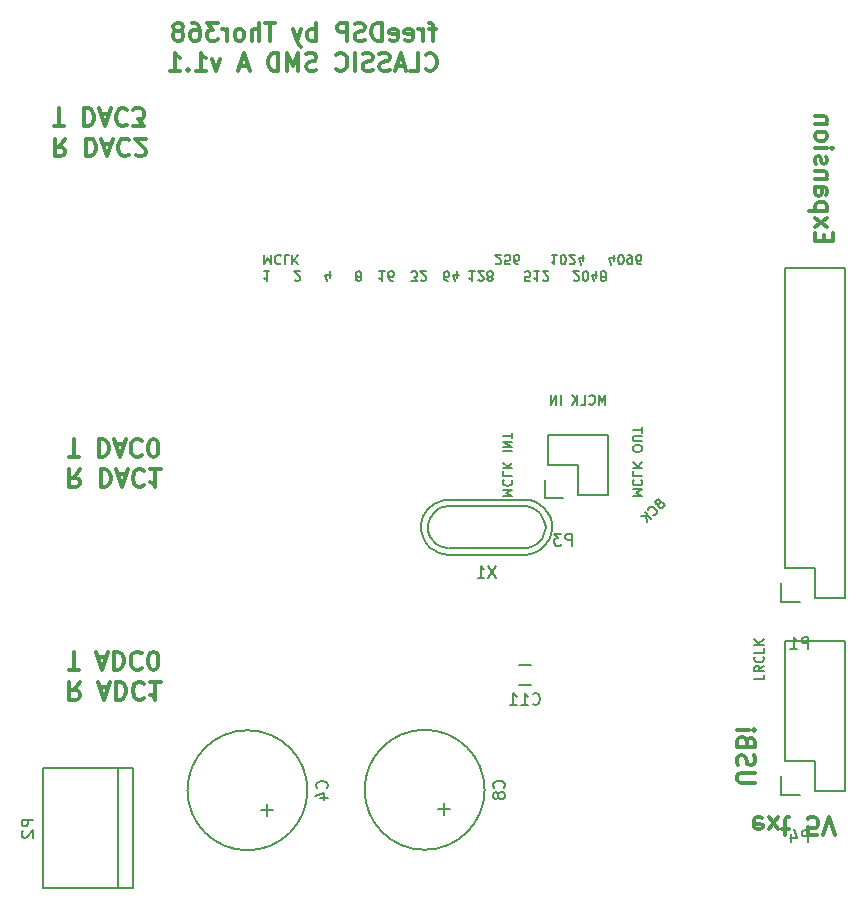
<source format=gbr>
G04 #@! TF.FileFunction,Legend,Bot*
%FSLAX46Y46*%
G04 Gerber Fmt 4.6, Leading zero omitted, Abs format (unit mm)*
G04 Created by KiCad (PCBNEW 4.0.7) date 02/05/18 14:07:44*
%MOMM*%
%LPD*%
G01*
G04 APERTURE LIST*
%ADD10C,0.100000*%
%ADD11C,0.200000*%
%ADD12C,0.300000*%
%ADD13C,0.150000*%
G04 APERTURE END LIST*
D10*
D11*
X62161905Y-56676190D02*
X62161905Y-57057143D01*
X61361905Y-57057143D01*
X62161905Y-55952381D02*
X61780952Y-56219048D01*
X62161905Y-56409524D02*
X61361905Y-56409524D01*
X61361905Y-56104762D01*
X61400000Y-56028571D01*
X61438095Y-55990476D01*
X61514286Y-55952381D01*
X61628571Y-55952381D01*
X61704762Y-55990476D01*
X61742857Y-56028571D01*
X61780952Y-56104762D01*
X61780952Y-56409524D01*
X62085714Y-55152381D02*
X62123810Y-55190476D01*
X62161905Y-55304762D01*
X62161905Y-55380952D01*
X62123810Y-55495238D01*
X62047619Y-55571429D01*
X61971429Y-55609524D01*
X61819048Y-55647619D01*
X61704762Y-55647619D01*
X61552381Y-55609524D01*
X61476190Y-55571429D01*
X61400000Y-55495238D01*
X61361905Y-55380952D01*
X61361905Y-55304762D01*
X61400000Y-55190476D01*
X61438095Y-55152381D01*
X62161905Y-54428571D02*
X62161905Y-54809524D01*
X61361905Y-54809524D01*
X62161905Y-54161905D02*
X61361905Y-54161905D01*
X62161905Y-53704762D02*
X61704762Y-54047619D01*
X61361905Y-53704762D02*
X61819048Y-54161905D01*
D12*
X34378570Y-2003571D02*
X33807141Y-2003571D01*
X34164284Y-3003571D02*
X34164284Y-1717857D01*
X34092856Y-1575000D01*
X33949998Y-1503571D01*
X33807141Y-1503571D01*
X33307141Y-3003571D02*
X33307141Y-2003571D01*
X33307141Y-2289286D02*
X33235713Y-2146429D01*
X33164284Y-2075000D01*
X33021427Y-2003571D01*
X32878570Y-2003571D01*
X31807142Y-2932143D02*
X31949999Y-3003571D01*
X32235713Y-3003571D01*
X32378570Y-2932143D01*
X32449999Y-2789286D01*
X32449999Y-2217857D01*
X32378570Y-2075000D01*
X32235713Y-2003571D01*
X31949999Y-2003571D01*
X31807142Y-2075000D01*
X31735713Y-2217857D01*
X31735713Y-2360714D01*
X32449999Y-2503571D01*
X30521428Y-2932143D02*
X30664285Y-3003571D01*
X30949999Y-3003571D01*
X31092856Y-2932143D01*
X31164285Y-2789286D01*
X31164285Y-2217857D01*
X31092856Y-2075000D01*
X30949999Y-2003571D01*
X30664285Y-2003571D01*
X30521428Y-2075000D01*
X30449999Y-2217857D01*
X30449999Y-2360714D01*
X31164285Y-2503571D01*
X29807142Y-3003571D02*
X29807142Y-1503571D01*
X29449999Y-1503571D01*
X29235714Y-1575000D01*
X29092856Y-1717857D01*
X29021428Y-1860714D01*
X28949999Y-2146429D01*
X28949999Y-2360714D01*
X29021428Y-2646429D01*
X29092856Y-2789286D01*
X29235714Y-2932143D01*
X29449999Y-3003571D01*
X29807142Y-3003571D01*
X28378571Y-2932143D02*
X28164285Y-3003571D01*
X27807142Y-3003571D01*
X27664285Y-2932143D01*
X27592856Y-2860714D01*
X27521428Y-2717857D01*
X27521428Y-2575000D01*
X27592856Y-2432143D01*
X27664285Y-2360714D01*
X27807142Y-2289286D01*
X28092856Y-2217857D01*
X28235714Y-2146429D01*
X28307142Y-2075000D01*
X28378571Y-1932143D01*
X28378571Y-1789286D01*
X28307142Y-1646429D01*
X28235714Y-1575000D01*
X28092856Y-1503571D01*
X27735714Y-1503571D01*
X27521428Y-1575000D01*
X26878571Y-3003571D02*
X26878571Y-1503571D01*
X26307143Y-1503571D01*
X26164285Y-1575000D01*
X26092857Y-1646429D01*
X26021428Y-1789286D01*
X26021428Y-2003571D01*
X26092857Y-2146429D01*
X26164285Y-2217857D01*
X26307143Y-2289286D01*
X26878571Y-2289286D01*
X24235714Y-3003571D02*
X24235714Y-1503571D01*
X24235714Y-2075000D02*
X24092857Y-2003571D01*
X23807143Y-2003571D01*
X23664286Y-2075000D01*
X23592857Y-2146429D01*
X23521428Y-2289286D01*
X23521428Y-2717857D01*
X23592857Y-2860714D01*
X23664286Y-2932143D01*
X23807143Y-3003571D01*
X24092857Y-3003571D01*
X24235714Y-2932143D01*
X23021428Y-2003571D02*
X22664285Y-3003571D01*
X22307143Y-2003571D02*
X22664285Y-3003571D01*
X22807143Y-3360714D01*
X22878571Y-3432143D01*
X23021428Y-3503571D01*
X20807143Y-1503571D02*
X19950000Y-1503571D01*
X20378571Y-3003571D02*
X20378571Y-1503571D01*
X19450000Y-3003571D02*
X19450000Y-1503571D01*
X18807143Y-3003571D02*
X18807143Y-2217857D01*
X18878572Y-2075000D01*
X19021429Y-2003571D01*
X19235714Y-2003571D01*
X19378572Y-2075000D01*
X19450000Y-2146429D01*
X17878571Y-3003571D02*
X18021429Y-2932143D01*
X18092857Y-2860714D01*
X18164286Y-2717857D01*
X18164286Y-2289286D01*
X18092857Y-2146429D01*
X18021429Y-2075000D01*
X17878571Y-2003571D01*
X17664286Y-2003571D01*
X17521429Y-2075000D01*
X17450000Y-2146429D01*
X17378571Y-2289286D01*
X17378571Y-2717857D01*
X17450000Y-2860714D01*
X17521429Y-2932143D01*
X17664286Y-3003571D01*
X17878571Y-3003571D01*
X16735714Y-3003571D02*
X16735714Y-2003571D01*
X16735714Y-2289286D02*
X16664286Y-2146429D01*
X16592857Y-2075000D01*
X16450000Y-2003571D01*
X16307143Y-2003571D01*
X15950000Y-1503571D02*
X15021429Y-1503571D01*
X15521429Y-2075000D01*
X15307143Y-2075000D01*
X15164286Y-2146429D01*
X15092857Y-2217857D01*
X15021429Y-2360714D01*
X15021429Y-2717857D01*
X15092857Y-2860714D01*
X15164286Y-2932143D01*
X15307143Y-3003571D01*
X15735715Y-3003571D01*
X15878572Y-2932143D01*
X15950000Y-2860714D01*
X13735715Y-1503571D02*
X14021429Y-1503571D01*
X14164286Y-1575000D01*
X14235715Y-1646429D01*
X14378572Y-1860714D01*
X14450001Y-2146429D01*
X14450001Y-2717857D01*
X14378572Y-2860714D01*
X14307144Y-2932143D01*
X14164286Y-3003571D01*
X13878572Y-3003571D01*
X13735715Y-2932143D01*
X13664286Y-2860714D01*
X13592858Y-2717857D01*
X13592858Y-2360714D01*
X13664286Y-2217857D01*
X13735715Y-2146429D01*
X13878572Y-2075000D01*
X14164286Y-2075000D01*
X14307144Y-2146429D01*
X14378572Y-2217857D01*
X14450001Y-2360714D01*
X12735715Y-2146429D02*
X12878573Y-2075000D01*
X12950001Y-2003571D01*
X13021430Y-1860714D01*
X13021430Y-1789286D01*
X12950001Y-1646429D01*
X12878573Y-1575000D01*
X12735715Y-1503571D01*
X12450001Y-1503571D01*
X12307144Y-1575000D01*
X12235715Y-1646429D01*
X12164287Y-1789286D01*
X12164287Y-1860714D01*
X12235715Y-2003571D01*
X12307144Y-2075000D01*
X12450001Y-2146429D01*
X12735715Y-2146429D01*
X12878573Y-2217857D01*
X12950001Y-2289286D01*
X13021430Y-2432143D01*
X13021430Y-2717857D01*
X12950001Y-2860714D01*
X12878573Y-2932143D01*
X12735715Y-3003571D01*
X12450001Y-3003571D01*
X12307144Y-2932143D01*
X12235715Y-2860714D01*
X12164287Y-2717857D01*
X12164287Y-2432143D01*
X12235715Y-2289286D01*
X12307144Y-2217857D01*
X12450001Y-2146429D01*
X33557141Y-5410714D02*
X33628570Y-5482143D01*
X33842856Y-5553571D01*
X33985713Y-5553571D01*
X34199998Y-5482143D01*
X34342856Y-5339286D01*
X34414284Y-5196429D01*
X34485713Y-4910714D01*
X34485713Y-4696429D01*
X34414284Y-4410714D01*
X34342856Y-4267857D01*
X34199998Y-4125000D01*
X33985713Y-4053571D01*
X33842856Y-4053571D01*
X33628570Y-4125000D01*
X33557141Y-4196429D01*
X32199998Y-5553571D02*
X32914284Y-5553571D01*
X32914284Y-4053571D01*
X31771427Y-5125000D02*
X31057141Y-5125000D01*
X31914284Y-5553571D02*
X31414284Y-4053571D01*
X30914284Y-5553571D01*
X30485713Y-5482143D02*
X30271427Y-5553571D01*
X29914284Y-5553571D01*
X29771427Y-5482143D01*
X29699998Y-5410714D01*
X29628570Y-5267857D01*
X29628570Y-5125000D01*
X29699998Y-4982143D01*
X29771427Y-4910714D01*
X29914284Y-4839286D01*
X30199998Y-4767857D01*
X30342856Y-4696429D01*
X30414284Y-4625000D01*
X30485713Y-4482143D01*
X30485713Y-4339286D01*
X30414284Y-4196429D01*
X30342856Y-4125000D01*
X30199998Y-4053571D01*
X29842856Y-4053571D01*
X29628570Y-4125000D01*
X29057142Y-5482143D02*
X28842856Y-5553571D01*
X28485713Y-5553571D01*
X28342856Y-5482143D01*
X28271427Y-5410714D01*
X28199999Y-5267857D01*
X28199999Y-5125000D01*
X28271427Y-4982143D01*
X28342856Y-4910714D01*
X28485713Y-4839286D01*
X28771427Y-4767857D01*
X28914285Y-4696429D01*
X28985713Y-4625000D01*
X29057142Y-4482143D01*
X29057142Y-4339286D01*
X28985713Y-4196429D01*
X28914285Y-4125000D01*
X28771427Y-4053571D01*
X28414285Y-4053571D01*
X28199999Y-4125000D01*
X27557142Y-5553571D02*
X27557142Y-4053571D01*
X25985713Y-5410714D02*
X26057142Y-5482143D01*
X26271428Y-5553571D01*
X26414285Y-5553571D01*
X26628570Y-5482143D01*
X26771428Y-5339286D01*
X26842856Y-5196429D01*
X26914285Y-4910714D01*
X26914285Y-4696429D01*
X26842856Y-4410714D01*
X26771428Y-4267857D01*
X26628570Y-4125000D01*
X26414285Y-4053571D01*
X26271428Y-4053571D01*
X26057142Y-4125000D01*
X25985713Y-4196429D01*
X24271428Y-5482143D02*
X24057142Y-5553571D01*
X23699999Y-5553571D01*
X23557142Y-5482143D01*
X23485713Y-5410714D01*
X23414285Y-5267857D01*
X23414285Y-5125000D01*
X23485713Y-4982143D01*
X23557142Y-4910714D01*
X23699999Y-4839286D01*
X23985713Y-4767857D01*
X24128571Y-4696429D01*
X24199999Y-4625000D01*
X24271428Y-4482143D01*
X24271428Y-4339286D01*
X24199999Y-4196429D01*
X24128571Y-4125000D01*
X23985713Y-4053571D01*
X23628571Y-4053571D01*
X23414285Y-4125000D01*
X22771428Y-5553571D02*
X22771428Y-4053571D01*
X22271428Y-5125000D01*
X21771428Y-4053571D01*
X21771428Y-5553571D01*
X21057142Y-5553571D02*
X21057142Y-4053571D01*
X20699999Y-4053571D01*
X20485714Y-4125000D01*
X20342856Y-4267857D01*
X20271428Y-4410714D01*
X20199999Y-4696429D01*
X20199999Y-4910714D01*
X20271428Y-5196429D01*
X20342856Y-5339286D01*
X20485714Y-5482143D01*
X20699999Y-5553571D01*
X21057142Y-5553571D01*
X18485714Y-5125000D02*
X17771428Y-5125000D01*
X18628571Y-5553571D02*
X18128571Y-4053571D01*
X17628571Y-5553571D01*
X16128571Y-4553571D02*
X15771428Y-5553571D01*
X15414286Y-4553571D01*
X14057143Y-5553571D02*
X14914286Y-5553571D01*
X14485714Y-5553571D02*
X14485714Y-4053571D01*
X14628571Y-4267857D01*
X14771429Y-4410714D01*
X14914286Y-4482143D01*
X13414286Y-5410714D02*
X13342858Y-5482143D01*
X13414286Y-5553571D01*
X13485715Y-5482143D01*
X13414286Y-5410714D01*
X13414286Y-5553571D01*
X11914286Y-5553571D02*
X12771429Y-5553571D01*
X12342857Y-5553571D02*
X12342857Y-4053571D01*
X12485714Y-4267857D01*
X12628572Y-4410714D01*
X12771429Y-4482143D01*
D11*
X53284873Y-42234315D02*
X53230998Y-42342064D01*
X53230999Y-42395939D01*
X53257936Y-42476751D01*
X53338748Y-42557563D01*
X53419560Y-42584501D01*
X53473435Y-42584501D01*
X53554247Y-42557563D01*
X53769747Y-42342064D01*
X53204061Y-41776379D01*
X53015499Y-41964941D01*
X52988562Y-42045753D01*
X52988561Y-42099628D01*
X53015499Y-42180440D01*
X53069374Y-42234315D01*
X53150186Y-42261253D01*
X53204061Y-42261252D01*
X53284873Y-42234315D01*
X53473435Y-42045753D01*
X52826937Y-43177123D02*
X52880812Y-43177124D01*
X52988562Y-43123249D01*
X53042437Y-43069374D01*
X53096312Y-42961625D01*
X53096312Y-42853874D01*
X53069374Y-42773063D01*
X52988562Y-42638376D01*
X52907750Y-42557563D01*
X52773063Y-42476751D01*
X52692250Y-42449813D01*
X52584501Y-42449814D01*
X52476751Y-42503689D01*
X52422877Y-42557563D01*
X52369001Y-42665313D01*
X52369001Y-42719188D01*
X52638376Y-43473435D02*
X52072690Y-42907750D01*
X52315127Y-43796684D02*
X52234315Y-43230999D01*
X51749442Y-43230999D02*
X52395939Y-43230999D01*
D12*
X4235715Y-57296429D02*
X3735715Y-58010714D01*
X3378572Y-57296429D02*
X3378572Y-58796429D01*
X3950000Y-58796429D01*
X4092858Y-58725000D01*
X4164286Y-58653571D01*
X4235715Y-58510714D01*
X4235715Y-58296429D01*
X4164286Y-58153571D01*
X4092858Y-58082143D01*
X3950000Y-58010714D01*
X3378572Y-58010714D01*
X5950000Y-57725000D02*
X6664286Y-57725000D01*
X5807143Y-57296429D02*
X6307143Y-58796429D01*
X6807143Y-57296429D01*
X7307143Y-57296429D02*
X7307143Y-58796429D01*
X7664286Y-58796429D01*
X7878571Y-58725000D01*
X8021429Y-58582143D01*
X8092857Y-58439286D01*
X8164286Y-58153571D01*
X8164286Y-57939286D01*
X8092857Y-57653571D01*
X8021429Y-57510714D01*
X7878571Y-57367857D01*
X7664286Y-57296429D01*
X7307143Y-57296429D01*
X9664286Y-57439286D02*
X9592857Y-57367857D01*
X9378571Y-57296429D01*
X9235714Y-57296429D01*
X9021429Y-57367857D01*
X8878571Y-57510714D01*
X8807143Y-57653571D01*
X8735714Y-57939286D01*
X8735714Y-58153571D01*
X8807143Y-58439286D01*
X8878571Y-58582143D01*
X9021429Y-58725000D01*
X9235714Y-58796429D01*
X9378571Y-58796429D01*
X9592857Y-58725000D01*
X9664286Y-58653571D01*
X11092857Y-57296429D02*
X10235714Y-57296429D01*
X10664286Y-57296429D02*
X10664286Y-58796429D01*
X10521429Y-58582143D01*
X10378571Y-58439286D01*
X10235714Y-58367857D01*
X3342858Y-56246429D02*
X4200001Y-56246429D01*
X3771430Y-54746429D02*
X3771430Y-56246429D01*
X5771429Y-55175000D02*
X6485715Y-55175000D01*
X5628572Y-54746429D02*
X6128572Y-56246429D01*
X6628572Y-54746429D01*
X7128572Y-54746429D02*
X7128572Y-56246429D01*
X7485715Y-56246429D01*
X7700000Y-56175000D01*
X7842858Y-56032143D01*
X7914286Y-55889286D01*
X7985715Y-55603571D01*
X7985715Y-55389286D01*
X7914286Y-55103571D01*
X7842858Y-54960714D01*
X7700000Y-54817857D01*
X7485715Y-54746429D01*
X7128572Y-54746429D01*
X9485715Y-54889286D02*
X9414286Y-54817857D01*
X9200000Y-54746429D01*
X9057143Y-54746429D01*
X8842858Y-54817857D01*
X8700000Y-54960714D01*
X8628572Y-55103571D01*
X8557143Y-55389286D01*
X8557143Y-55603571D01*
X8628572Y-55889286D01*
X8700000Y-56032143D01*
X8842858Y-56175000D01*
X9057143Y-56246429D01*
X9200000Y-56246429D01*
X9414286Y-56175000D01*
X9485715Y-56103571D01*
X10414286Y-56246429D02*
X10557143Y-56246429D01*
X10700000Y-56175000D01*
X10771429Y-56103571D01*
X10842858Y-55960714D01*
X10914286Y-55675000D01*
X10914286Y-55317857D01*
X10842858Y-55032143D01*
X10771429Y-54889286D01*
X10700000Y-54817857D01*
X10557143Y-54746429D01*
X10414286Y-54746429D01*
X10271429Y-54817857D01*
X10200000Y-54889286D01*
X10128572Y-55032143D01*
X10057143Y-55317857D01*
X10057143Y-55675000D01*
X10128572Y-55960714D01*
X10200000Y-56103571D01*
X10271429Y-56175000D01*
X10414286Y-56246429D01*
X4235715Y-39296429D02*
X3735715Y-40010714D01*
X3378572Y-39296429D02*
X3378572Y-40796429D01*
X3950000Y-40796429D01*
X4092858Y-40725000D01*
X4164286Y-40653571D01*
X4235715Y-40510714D01*
X4235715Y-40296429D01*
X4164286Y-40153571D01*
X4092858Y-40082143D01*
X3950000Y-40010714D01*
X3378572Y-40010714D01*
X6021429Y-39296429D02*
X6021429Y-40796429D01*
X6378572Y-40796429D01*
X6592857Y-40725000D01*
X6735715Y-40582143D01*
X6807143Y-40439286D01*
X6878572Y-40153571D01*
X6878572Y-39939286D01*
X6807143Y-39653571D01*
X6735715Y-39510714D01*
X6592857Y-39367857D01*
X6378572Y-39296429D01*
X6021429Y-39296429D01*
X7450000Y-39725000D02*
X8164286Y-39725000D01*
X7307143Y-39296429D02*
X7807143Y-40796429D01*
X8307143Y-39296429D01*
X9664286Y-39439286D02*
X9592857Y-39367857D01*
X9378571Y-39296429D01*
X9235714Y-39296429D01*
X9021429Y-39367857D01*
X8878571Y-39510714D01*
X8807143Y-39653571D01*
X8735714Y-39939286D01*
X8735714Y-40153571D01*
X8807143Y-40439286D01*
X8878571Y-40582143D01*
X9021429Y-40725000D01*
X9235714Y-40796429D01*
X9378571Y-40796429D01*
X9592857Y-40725000D01*
X9664286Y-40653571D01*
X11092857Y-39296429D02*
X10235714Y-39296429D01*
X10664286Y-39296429D02*
X10664286Y-40796429D01*
X10521429Y-40582143D01*
X10378571Y-40439286D01*
X10235714Y-40367857D01*
X3342858Y-38246429D02*
X4200001Y-38246429D01*
X3771430Y-36746429D02*
X3771430Y-38246429D01*
X5842858Y-36746429D02*
X5842858Y-38246429D01*
X6200001Y-38246429D01*
X6414286Y-38175000D01*
X6557144Y-38032143D01*
X6628572Y-37889286D01*
X6700001Y-37603571D01*
X6700001Y-37389286D01*
X6628572Y-37103571D01*
X6557144Y-36960714D01*
X6414286Y-36817857D01*
X6200001Y-36746429D01*
X5842858Y-36746429D01*
X7271429Y-37175000D02*
X7985715Y-37175000D01*
X7128572Y-36746429D02*
X7628572Y-38246429D01*
X8128572Y-36746429D01*
X9485715Y-36889286D02*
X9414286Y-36817857D01*
X9200000Y-36746429D01*
X9057143Y-36746429D01*
X8842858Y-36817857D01*
X8700000Y-36960714D01*
X8628572Y-37103571D01*
X8557143Y-37389286D01*
X8557143Y-37603571D01*
X8628572Y-37889286D01*
X8700000Y-38032143D01*
X8842858Y-38175000D01*
X9057143Y-38246429D01*
X9200000Y-38246429D01*
X9414286Y-38175000D01*
X9485715Y-38103571D01*
X10414286Y-38246429D02*
X10557143Y-38246429D01*
X10700000Y-38175000D01*
X10771429Y-38103571D01*
X10842858Y-37960714D01*
X10914286Y-37675000D01*
X10914286Y-37317857D01*
X10842858Y-37032143D01*
X10771429Y-36889286D01*
X10700000Y-36817857D01*
X10557143Y-36746429D01*
X10414286Y-36746429D01*
X10271429Y-36817857D01*
X10200000Y-36889286D01*
X10128572Y-37032143D01*
X10057143Y-37317857D01*
X10057143Y-37675000D01*
X10128572Y-37960714D01*
X10200000Y-38103571D01*
X10271429Y-38175000D01*
X10414286Y-38246429D01*
X2985715Y-11296429D02*
X2485715Y-12010714D01*
X2128572Y-11296429D02*
X2128572Y-12796429D01*
X2700000Y-12796429D01*
X2842858Y-12725000D01*
X2914286Y-12653571D01*
X2985715Y-12510714D01*
X2985715Y-12296429D01*
X2914286Y-12153571D01*
X2842858Y-12082143D01*
X2700000Y-12010714D01*
X2128572Y-12010714D01*
X4771429Y-11296429D02*
X4771429Y-12796429D01*
X5128572Y-12796429D01*
X5342857Y-12725000D01*
X5485715Y-12582143D01*
X5557143Y-12439286D01*
X5628572Y-12153571D01*
X5628572Y-11939286D01*
X5557143Y-11653571D01*
X5485715Y-11510714D01*
X5342857Y-11367857D01*
X5128572Y-11296429D01*
X4771429Y-11296429D01*
X6200000Y-11725000D02*
X6914286Y-11725000D01*
X6057143Y-11296429D02*
X6557143Y-12796429D01*
X7057143Y-11296429D01*
X8414286Y-11439286D02*
X8342857Y-11367857D01*
X8128571Y-11296429D01*
X7985714Y-11296429D01*
X7771429Y-11367857D01*
X7628571Y-11510714D01*
X7557143Y-11653571D01*
X7485714Y-11939286D01*
X7485714Y-12153571D01*
X7557143Y-12439286D01*
X7628571Y-12582143D01*
X7771429Y-12725000D01*
X7985714Y-12796429D01*
X8128571Y-12796429D01*
X8342857Y-12725000D01*
X8414286Y-12653571D01*
X8985714Y-12653571D02*
X9057143Y-12725000D01*
X9200000Y-12796429D01*
X9557143Y-12796429D01*
X9700000Y-12725000D01*
X9771429Y-12653571D01*
X9842857Y-12510714D01*
X9842857Y-12367857D01*
X9771429Y-12153571D01*
X8914286Y-11296429D01*
X9842857Y-11296429D01*
X2092858Y-10246429D02*
X2950001Y-10246429D01*
X2521430Y-8746429D02*
X2521430Y-10246429D01*
X4592858Y-8746429D02*
X4592858Y-10246429D01*
X4950001Y-10246429D01*
X5164286Y-10175000D01*
X5307144Y-10032143D01*
X5378572Y-9889286D01*
X5450001Y-9603571D01*
X5450001Y-9389286D01*
X5378572Y-9103571D01*
X5307144Y-8960714D01*
X5164286Y-8817857D01*
X4950001Y-8746429D01*
X4592858Y-8746429D01*
X6021429Y-9175000D02*
X6735715Y-9175000D01*
X5878572Y-8746429D02*
X6378572Y-10246429D01*
X6878572Y-8746429D01*
X8235715Y-8889286D02*
X8164286Y-8817857D01*
X7950000Y-8746429D01*
X7807143Y-8746429D01*
X7592858Y-8817857D01*
X7450000Y-8960714D01*
X7378572Y-9103571D01*
X7307143Y-9389286D01*
X7307143Y-9603571D01*
X7378572Y-9889286D01*
X7450000Y-10032143D01*
X7592858Y-10175000D01*
X7807143Y-10246429D01*
X7950000Y-10246429D01*
X8164286Y-10175000D01*
X8235715Y-10103571D01*
X8735715Y-10246429D02*
X9664286Y-10246429D01*
X9164286Y-9675000D01*
X9378572Y-9675000D01*
X9521429Y-9603571D01*
X9592858Y-9532143D01*
X9664286Y-9389286D01*
X9664286Y-9032143D01*
X9592858Y-8889286D01*
X9521429Y-8817857D01*
X9378572Y-8746429D01*
X8950000Y-8746429D01*
X8807143Y-8817857D01*
X8735715Y-8889286D01*
D11*
X40088095Y-41559524D02*
X40888095Y-41559524D01*
X40316667Y-41292857D01*
X40888095Y-41026190D01*
X40088095Y-41026190D01*
X40164286Y-40188095D02*
X40126190Y-40226190D01*
X40088095Y-40340476D01*
X40088095Y-40416666D01*
X40126190Y-40530952D01*
X40202381Y-40607143D01*
X40278571Y-40645238D01*
X40430952Y-40683333D01*
X40545238Y-40683333D01*
X40697619Y-40645238D01*
X40773810Y-40607143D01*
X40850000Y-40530952D01*
X40888095Y-40416666D01*
X40888095Y-40340476D01*
X40850000Y-40226190D01*
X40811905Y-40188095D01*
X40088095Y-39464285D02*
X40088095Y-39845238D01*
X40888095Y-39845238D01*
X40088095Y-39197619D02*
X40888095Y-39197619D01*
X40088095Y-38740476D02*
X40545238Y-39083333D01*
X40888095Y-38740476D02*
X40430952Y-39197619D01*
X40088095Y-37788095D02*
X40888095Y-37788095D01*
X40088095Y-37407143D02*
X40888095Y-37407143D01*
X40088095Y-36950000D01*
X40888095Y-36950000D01*
X40888095Y-36683334D02*
X40888095Y-36226191D01*
X40088095Y-36454762D02*
X40888095Y-36454762D01*
X48754762Y-33811905D02*
X48754762Y-33011905D01*
X48488095Y-33583333D01*
X48221428Y-33011905D01*
X48221428Y-33811905D01*
X47383333Y-33735714D02*
X47421428Y-33773810D01*
X47535714Y-33811905D01*
X47611904Y-33811905D01*
X47726190Y-33773810D01*
X47802381Y-33697619D01*
X47840476Y-33621429D01*
X47878571Y-33469048D01*
X47878571Y-33354762D01*
X47840476Y-33202381D01*
X47802381Y-33126190D01*
X47726190Y-33050000D01*
X47611904Y-33011905D01*
X47535714Y-33011905D01*
X47421428Y-33050000D01*
X47383333Y-33088095D01*
X46659523Y-33811905D02*
X47040476Y-33811905D01*
X47040476Y-33011905D01*
X46392857Y-33811905D02*
X46392857Y-33011905D01*
X45935714Y-33811905D02*
X46278571Y-33354762D01*
X45935714Y-33011905D02*
X46392857Y-33469048D01*
X44983333Y-33811905D02*
X44983333Y-33011905D01*
X44602381Y-33811905D02*
X44602381Y-33011905D01*
X44145238Y-33811905D01*
X44145238Y-33011905D01*
X51088095Y-41538095D02*
X51888095Y-41538095D01*
X51316667Y-41271428D01*
X51888095Y-41004761D01*
X51088095Y-41004761D01*
X51164286Y-40166666D02*
X51126190Y-40204761D01*
X51088095Y-40319047D01*
X51088095Y-40395237D01*
X51126190Y-40509523D01*
X51202381Y-40585714D01*
X51278571Y-40623809D01*
X51430952Y-40661904D01*
X51545238Y-40661904D01*
X51697619Y-40623809D01*
X51773810Y-40585714D01*
X51850000Y-40509523D01*
X51888095Y-40395237D01*
X51888095Y-40319047D01*
X51850000Y-40204761D01*
X51811905Y-40166666D01*
X51088095Y-39442856D02*
X51088095Y-39823809D01*
X51888095Y-39823809D01*
X51088095Y-39176190D02*
X51888095Y-39176190D01*
X51088095Y-38719047D02*
X51545238Y-39061904D01*
X51888095Y-38719047D02*
X51430952Y-39176190D01*
X51888095Y-37614285D02*
X51888095Y-37461904D01*
X51850000Y-37385713D01*
X51773810Y-37309523D01*
X51621429Y-37271428D01*
X51354762Y-37271428D01*
X51202381Y-37309523D01*
X51126190Y-37385713D01*
X51088095Y-37461904D01*
X51088095Y-37614285D01*
X51126190Y-37690475D01*
X51202381Y-37766666D01*
X51354762Y-37804761D01*
X51621429Y-37804761D01*
X51773810Y-37766666D01*
X51850000Y-37690475D01*
X51888095Y-37614285D01*
X51888095Y-36928571D02*
X51240476Y-36928571D01*
X51164286Y-36890476D01*
X51126190Y-36852380D01*
X51088095Y-36776190D01*
X51088095Y-36623809D01*
X51126190Y-36547618D01*
X51164286Y-36509523D01*
X51240476Y-36471428D01*
X51888095Y-36471428D01*
X51888095Y-36204762D02*
X51888095Y-35747619D01*
X51088095Y-35976190D02*
X51888095Y-35976190D01*
D12*
X62021429Y-68842857D02*
X61878572Y-68771429D01*
X61592858Y-68771429D01*
X61450001Y-68842857D01*
X61378572Y-68985714D01*
X61378572Y-69557143D01*
X61450001Y-69700000D01*
X61592858Y-69771429D01*
X61878572Y-69771429D01*
X62021429Y-69700000D01*
X62092858Y-69557143D01*
X62092858Y-69414286D01*
X61378572Y-69271429D01*
X62592858Y-68771429D02*
X63378572Y-69771429D01*
X62592858Y-69771429D02*
X63378572Y-68771429D01*
X63735715Y-69771429D02*
X64307144Y-69771429D01*
X63950001Y-70271429D02*
X63950001Y-68985714D01*
X64021429Y-68842857D01*
X64164287Y-68771429D01*
X64307144Y-68771429D01*
X66664287Y-70271429D02*
X65950001Y-70271429D01*
X65878572Y-69557143D01*
X65950001Y-69628571D01*
X66092858Y-69700000D01*
X66450001Y-69700000D01*
X66592858Y-69628571D01*
X66664287Y-69557143D01*
X66735715Y-69414286D01*
X66735715Y-69057143D01*
X66664287Y-68914286D01*
X66592858Y-68842857D01*
X66450001Y-68771429D01*
X66092858Y-68771429D01*
X65950001Y-68842857D01*
X65878572Y-68914286D01*
X67164286Y-70271429D02*
X67664286Y-68771429D01*
X68164286Y-70271429D01*
X61421429Y-65850000D02*
X60207143Y-65850000D01*
X60064286Y-65778572D01*
X59992857Y-65707143D01*
X59921429Y-65564286D01*
X59921429Y-65278572D01*
X59992857Y-65135714D01*
X60064286Y-65064286D01*
X60207143Y-64992857D01*
X61421429Y-64992857D01*
X59992857Y-64350000D02*
X59921429Y-64135714D01*
X59921429Y-63778571D01*
X59992857Y-63635714D01*
X60064286Y-63564285D01*
X60207143Y-63492857D01*
X60350000Y-63492857D01*
X60492857Y-63564285D01*
X60564286Y-63635714D01*
X60635714Y-63778571D01*
X60707143Y-64064285D01*
X60778571Y-64207143D01*
X60850000Y-64278571D01*
X60992857Y-64350000D01*
X61135714Y-64350000D01*
X61278571Y-64278571D01*
X61350000Y-64207143D01*
X61421429Y-64064285D01*
X61421429Y-63707143D01*
X61350000Y-63492857D01*
X60707143Y-62350000D02*
X60635714Y-62135714D01*
X60564286Y-62064286D01*
X60421429Y-61992857D01*
X60207143Y-61992857D01*
X60064286Y-62064286D01*
X59992857Y-62135714D01*
X59921429Y-62278572D01*
X59921429Y-62850000D01*
X61421429Y-62850000D01*
X61421429Y-62350000D01*
X61350000Y-62207143D01*
X61278571Y-62135714D01*
X61135714Y-62064286D01*
X60992857Y-62064286D01*
X60850000Y-62135714D01*
X60778571Y-62207143D01*
X60707143Y-62350000D01*
X60707143Y-62850000D01*
X59921429Y-61350000D02*
X60921429Y-61350000D01*
X61421429Y-61350000D02*
X61350000Y-61421429D01*
X61278571Y-61350000D01*
X61350000Y-61278572D01*
X61421429Y-61350000D01*
X61278571Y-61350000D01*
X67307143Y-19985715D02*
X67307143Y-19485715D01*
X66521429Y-19271429D02*
X66521429Y-19985715D01*
X68021429Y-19985715D01*
X68021429Y-19271429D01*
X66521429Y-18771429D02*
X67521429Y-17985715D01*
X67521429Y-18771429D02*
X66521429Y-17985715D01*
X67521429Y-17414286D02*
X66021429Y-17414286D01*
X67450000Y-17414286D02*
X67521429Y-17271429D01*
X67521429Y-16985715D01*
X67450000Y-16842858D01*
X67378571Y-16771429D01*
X67235714Y-16700000D01*
X66807143Y-16700000D01*
X66664286Y-16771429D01*
X66592857Y-16842858D01*
X66521429Y-16985715D01*
X66521429Y-17271429D01*
X66592857Y-17414286D01*
X66521429Y-15414286D02*
X67307143Y-15414286D01*
X67450000Y-15485715D01*
X67521429Y-15628572D01*
X67521429Y-15914286D01*
X67450000Y-16057143D01*
X66592857Y-15414286D02*
X66521429Y-15557143D01*
X66521429Y-15914286D01*
X66592857Y-16057143D01*
X66735714Y-16128572D01*
X66878571Y-16128572D01*
X67021429Y-16057143D01*
X67092857Y-15914286D01*
X67092857Y-15557143D01*
X67164286Y-15414286D01*
X67521429Y-14700000D02*
X66521429Y-14700000D01*
X67378571Y-14700000D02*
X67450000Y-14628572D01*
X67521429Y-14485714D01*
X67521429Y-14271429D01*
X67450000Y-14128572D01*
X67307143Y-14057143D01*
X66521429Y-14057143D01*
X66592857Y-13414286D02*
X66521429Y-13271429D01*
X66521429Y-12985714D01*
X66592857Y-12842857D01*
X66735714Y-12771429D01*
X66807143Y-12771429D01*
X66950000Y-12842857D01*
X67021429Y-12985714D01*
X67021429Y-13200000D01*
X67092857Y-13342857D01*
X67235714Y-13414286D01*
X67307143Y-13414286D01*
X67450000Y-13342857D01*
X67521429Y-13200000D01*
X67521429Y-12985714D01*
X67450000Y-12842857D01*
X66521429Y-12128571D02*
X67521429Y-12128571D01*
X68021429Y-12128571D02*
X67950000Y-12200000D01*
X67878571Y-12128571D01*
X67950000Y-12057143D01*
X68021429Y-12128571D01*
X67878571Y-12128571D01*
X66521429Y-11199999D02*
X66592857Y-11342857D01*
X66664286Y-11414285D01*
X66807143Y-11485714D01*
X67235714Y-11485714D01*
X67378571Y-11414285D01*
X67450000Y-11342857D01*
X67521429Y-11199999D01*
X67521429Y-10985714D01*
X67450000Y-10842857D01*
X67378571Y-10771428D01*
X67235714Y-10699999D01*
X66807143Y-10699999D01*
X66664286Y-10771428D01*
X66592857Y-10842857D01*
X66521429Y-10985714D01*
X66521429Y-11199999D01*
X67521429Y-10057142D02*
X66521429Y-10057142D01*
X67378571Y-10057142D02*
X67450000Y-9985714D01*
X67521429Y-9842856D01*
X67521429Y-9628571D01*
X67450000Y-9485714D01*
X67307143Y-9414285D01*
X66521429Y-9414285D01*
D11*
X20309524Y-22538095D02*
X19852381Y-22538095D01*
X20080952Y-22538095D02*
X20080952Y-23338095D01*
X20004762Y-23223810D01*
X19928571Y-23147619D01*
X19852381Y-23109524D01*
X22442858Y-23261905D02*
X22480953Y-23300000D01*
X22557144Y-23338095D01*
X22747620Y-23338095D01*
X22823810Y-23300000D01*
X22861906Y-23261905D01*
X22900001Y-23185714D01*
X22900001Y-23109524D01*
X22861906Y-22995238D01*
X22404763Y-22538095D01*
X22900001Y-22538095D01*
X25414287Y-23071429D02*
X25414287Y-22538095D01*
X25223811Y-23376190D02*
X25033335Y-22804762D01*
X25528573Y-22804762D01*
X27776193Y-22995238D02*
X27700002Y-23033333D01*
X27661907Y-23071429D01*
X27623812Y-23147619D01*
X27623812Y-23185714D01*
X27661907Y-23261905D01*
X27700002Y-23300000D01*
X27776193Y-23338095D01*
X27928574Y-23338095D01*
X28004764Y-23300000D01*
X28042860Y-23261905D01*
X28080955Y-23185714D01*
X28080955Y-23147619D01*
X28042860Y-23071429D01*
X28004764Y-23033333D01*
X27928574Y-22995238D01*
X27776193Y-22995238D01*
X27700002Y-22957143D01*
X27661907Y-22919048D01*
X27623812Y-22842857D01*
X27623812Y-22690476D01*
X27661907Y-22614286D01*
X27700002Y-22576190D01*
X27776193Y-22538095D01*
X27928574Y-22538095D01*
X28004764Y-22576190D01*
X28042860Y-22614286D01*
X28080955Y-22690476D01*
X28080955Y-22842857D01*
X28042860Y-22919048D01*
X28004764Y-22957143D01*
X27928574Y-22995238D01*
X30061908Y-22538095D02*
X29604765Y-22538095D01*
X29833336Y-22538095D02*
X29833336Y-23338095D01*
X29757146Y-23223810D01*
X29680955Y-23147619D01*
X29604765Y-23109524D01*
X30747622Y-23338095D02*
X30595241Y-23338095D01*
X30519051Y-23300000D01*
X30480956Y-23261905D01*
X30404765Y-23147619D01*
X30366670Y-22995238D01*
X30366670Y-22690476D01*
X30404765Y-22614286D01*
X30442860Y-22576190D01*
X30519051Y-22538095D01*
X30671432Y-22538095D01*
X30747622Y-22576190D01*
X30785718Y-22614286D01*
X30823813Y-22690476D01*
X30823813Y-22880952D01*
X30785718Y-22957143D01*
X30747622Y-22995238D01*
X30671432Y-23033333D01*
X30519051Y-23033333D01*
X30442860Y-22995238D01*
X30404765Y-22957143D01*
X30366670Y-22880952D01*
X32309528Y-23338095D02*
X32804766Y-23338095D01*
X32538099Y-23033333D01*
X32652385Y-23033333D01*
X32728575Y-22995238D01*
X32766671Y-22957143D01*
X32804766Y-22880952D01*
X32804766Y-22690476D01*
X32766671Y-22614286D01*
X32728575Y-22576190D01*
X32652385Y-22538095D01*
X32423813Y-22538095D01*
X32347623Y-22576190D01*
X32309528Y-22614286D01*
X33109528Y-23261905D02*
X33147623Y-23300000D01*
X33223814Y-23338095D01*
X33414290Y-23338095D01*
X33490480Y-23300000D01*
X33528576Y-23261905D01*
X33566671Y-23185714D01*
X33566671Y-23109524D01*
X33528576Y-22995238D01*
X33071433Y-22538095D01*
X33566671Y-22538095D01*
X35471433Y-23338095D02*
X35319052Y-23338095D01*
X35242862Y-23300000D01*
X35204767Y-23261905D01*
X35128576Y-23147619D01*
X35090481Y-22995238D01*
X35090481Y-22690476D01*
X35128576Y-22614286D01*
X35166671Y-22576190D01*
X35242862Y-22538095D01*
X35395243Y-22538095D01*
X35471433Y-22576190D01*
X35509529Y-22614286D01*
X35547624Y-22690476D01*
X35547624Y-22880952D01*
X35509529Y-22957143D01*
X35471433Y-22995238D01*
X35395243Y-23033333D01*
X35242862Y-23033333D01*
X35166671Y-22995238D01*
X35128576Y-22957143D01*
X35090481Y-22880952D01*
X36233338Y-23071429D02*
X36233338Y-22538095D01*
X36042862Y-23376190D02*
X35852386Y-22804762D01*
X36347624Y-22804762D01*
X37680958Y-22538095D02*
X37223815Y-22538095D01*
X37452386Y-22538095D02*
X37452386Y-23338095D01*
X37376196Y-23223810D01*
X37300005Y-23147619D01*
X37223815Y-23109524D01*
X37985720Y-23261905D02*
X38023815Y-23300000D01*
X38100006Y-23338095D01*
X38290482Y-23338095D01*
X38366672Y-23300000D01*
X38404768Y-23261905D01*
X38442863Y-23185714D01*
X38442863Y-23109524D01*
X38404768Y-22995238D01*
X37947625Y-22538095D01*
X38442863Y-22538095D01*
X38900006Y-22995238D02*
X38823815Y-23033333D01*
X38785720Y-23071429D01*
X38747625Y-23147619D01*
X38747625Y-23185714D01*
X38785720Y-23261905D01*
X38823815Y-23300000D01*
X38900006Y-23338095D01*
X39052387Y-23338095D01*
X39128577Y-23300000D01*
X39166673Y-23261905D01*
X39204768Y-23185714D01*
X39204768Y-23147619D01*
X39166673Y-23071429D01*
X39128577Y-23033333D01*
X39052387Y-22995238D01*
X38900006Y-22995238D01*
X38823815Y-22957143D01*
X38785720Y-22919048D01*
X38747625Y-22842857D01*
X38747625Y-22690476D01*
X38785720Y-22614286D01*
X38823815Y-22576190D01*
X38900006Y-22538095D01*
X39052387Y-22538095D01*
X39128577Y-22576190D01*
X39166673Y-22614286D01*
X39204768Y-22690476D01*
X39204768Y-22842857D01*
X39166673Y-22919048D01*
X39128577Y-22957143D01*
X39052387Y-22995238D01*
X42366674Y-23338095D02*
X41985721Y-23338095D01*
X41947626Y-22957143D01*
X41985721Y-22995238D01*
X42061912Y-23033333D01*
X42252388Y-23033333D01*
X42328578Y-22995238D01*
X42366674Y-22957143D01*
X42404769Y-22880952D01*
X42404769Y-22690476D01*
X42366674Y-22614286D01*
X42328578Y-22576190D01*
X42252388Y-22538095D01*
X42061912Y-22538095D01*
X41985721Y-22576190D01*
X41947626Y-22614286D01*
X43166674Y-22538095D02*
X42709531Y-22538095D01*
X42938102Y-22538095D02*
X42938102Y-23338095D01*
X42861912Y-23223810D01*
X42785721Y-23147619D01*
X42709531Y-23109524D01*
X43471436Y-23261905D02*
X43509531Y-23300000D01*
X43585722Y-23338095D01*
X43776198Y-23338095D01*
X43852388Y-23300000D01*
X43890484Y-23261905D01*
X43928579Y-23185714D01*
X43928579Y-23109524D01*
X43890484Y-22995238D01*
X43433341Y-22538095D01*
X43928579Y-22538095D01*
X46061913Y-23261905D02*
X46100008Y-23300000D01*
X46176199Y-23338095D01*
X46366675Y-23338095D01*
X46442865Y-23300000D01*
X46480961Y-23261905D01*
X46519056Y-23185714D01*
X46519056Y-23109524D01*
X46480961Y-22995238D01*
X46023818Y-22538095D01*
X46519056Y-22538095D01*
X47014294Y-23338095D02*
X47090485Y-23338095D01*
X47166675Y-23300000D01*
X47204770Y-23261905D01*
X47242866Y-23185714D01*
X47280961Y-23033333D01*
X47280961Y-22842857D01*
X47242866Y-22690476D01*
X47204770Y-22614286D01*
X47166675Y-22576190D01*
X47090485Y-22538095D01*
X47014294Y-22538095D01*
X46938104Y-22576190D01*
X46900008Y-22614286D01*
X46861913Y-22690476D01*
X46823818Y-22842857D01*
X46823818Y-23033333D01*
X46861913Y-23185714D01*
X46900008Y-23261905D01*
X46938104Y-23300000D01*
X47014294Y-23338095D01*
X47966675Y-23071429D02*
X47966675Y-22538095D01*
X47776199Y-23376190D02*
X47585723Y-22804762D01*
X48080961Y-22804762D01*
X48500009Y-22995238D02*
X48423818Y-23033333D01*
X48385723Y-23071429D01*
X48347628Y-23147619D01*
X48347628Y-23185714D01*
X48385723Y-23261905D01*
X48423818Y-23300000D01*
X48500009Y-23338095D01*
X48652390Y-23338095D01*
X48728580Y-23300000D01*
X48766676Y-23261905D01*
X48804771Y-23185714D01*
X48804771Y-23147619D01*
X48766676Y-23071429D01*
X48728580Y-23033333D01*
X48652390Y-22995238D01*
X48500009Y-22995238D01*
X48423818Y-22957143D01*
X48385723Y-22919048D01*
X48347628Y-22842857D01*
X48347628Y-22690476D01*
X48385723Y-22614286D01*
X48423818Y-22576190D01*
X48500009Y-22538095D01*
X48652390Y-22538095D01*
X48728580Y-22576190D01*
X48766676Y-22614286D01*
X48804771Y-22690476D01*
X48804771Y-22842857D01*
X48766676Y-22919048D01*
X48728580Y-22957143D01*
X48652390Y-22995238D01*
X19890476Y-21138095D02*
X19890476Y-21938095D01*
X20157143Y-21366667D01*
X20423810Y-21938095D01*
X20423810Y-21138095D01*
X21261905Y-21214286D02*
X21223810Y-21176190D01*
X21109524Y-21138095D01*
X21033334Y-21138095D01*
X20919048Y-21176190D01*
X20842857Y-21252381D01*
X20804762Y-21328571D01*
X20766667Y-21480952D01*
X20766667Y-21595238D01*
X20804762Y-21747619D01*
X20842857Y-21823810D01*
X20919048Y-21900000D01*
X21033334Y-21938095D01*
X21109524Y-21938095D01*
X21223810Y-21900000D01*
X21261905Y-21861905D01*
X21985715Y-21138095D02*
X21604762Y-21138095D01*
X21604762Y-21938095D01*
X22252381Y-21138095D02*
X22252381Y-21938095D01*
X22709524Y-21138095D02*
X22366667Y-21595238D01*
X22709524Y-21938095D02*
X22252381Y-21480952D01*
X39471434Y-21861905D02*
X39509529Y-21900000D01*
X39585720Y-21938095D01*
X39776196Y-21938095D01*
X39852386Y-21900000D01*
X39890482Y-21861905D01*
X39928577Y-21785714D01*
X39928577Y-21709524D01*
X39890482Y-21595238D01*
X39433339Y-21138095D01*
X39928577Y-21138095D01*
X40652387Y-21938095D02*
X40271434Y-21938095D01*
X40233339Y-21557143D01*
X40271434Y-21595238D01*
X40347625Y-21633333D01*
X40538101Y-21633333D01*
X40614291Y-21595238D01*
X40652387Y-21557143D01*
X40690482Y-21480952D01*
X40690482Y-21290476D01*
X40652387Y-21214286D01*
X40614291Y-21176190D01*
X40538101Y-21138095D01*
X40347625Y-21138095D01*
X40271434Y-21176190D01*
X40233339Y-21214286D01*
X41376196Y-21938095D02*
X41223815Y-21938095D01*
X41147625Y-21900000D01*
X41109530Y-21861905D01*
X41033339Y-21747619D01*
X40995244Y-21595238D01*
X40995244Y-21290476D01*
X41033339Y-21214286D01*
X41071434Y-21176190D01*
X41147625Y-21138095D01*
X41300006Y-21138095D01*
X41376196Y-21176190D01*
X41414292Y-21214286D01*
X41452387Y-21290476D01*
X41452387Y-21480952D01*
X41414292Y-21557143D01*
X41376196Y-21595238D01*
X41300006Y-21633333D01*
X41147625Y-21633333D01*
X41071434Y-21595238D01*
X41033339Y-21557143D01*
X40995244Y-21480952D01*
X44652388Y-21138095D02*
X44195245Y-21138095D01*
X44423816Y-21138095D02*
X44423816Y-21938095D01*
X44347626Y-21823810D01*
X44271435Y-21747619D01*
X44195245Y-21709524D01*
X45147626Y-21938095D02*
X45223817Y-21938095D01*
X45300007Y-21900000D01*
X45338102Y-21861905D01*
X45376198Y-21785714D01*
X45414293Y-21633333D01*
X45414293Y-21442857D01*
X45376198Y-21290476D01*
X45338102Y-21214286D01*
X45300007Y-21176190D01*
X45223817Y-21138095D01*
X45147626Y-21138095D01*
X45071436Y-21176190D01*
X45033340Y-21214286D01*
X44995245Y-21290476D01*
X44957150Y-21442857D01*
X44957150Y-21633333D01*
X44995245Y-21785714D01*
X45033340Y-21861905D01*
X45071436Y-21900000D01*
X45147626Y-21938095D01*
X45719055Y-21861905D02*
X45757150Y-21900000D01*
X45833341Y-21938095D01*
X46023817Y-21938095D01*
X46100007Y-21900000D01*
X46138103Y-21861905D01*
X46176198Y-21785714D01*
X46176198Y-21709524D01*
X46138103Y-21595238D01*
X45680960Y-21138095D01*
X46176198Y-21138095D01*
X46861912Y-21671429D02*
X46861912Y-21138095D01*
X46671436Y-21976190D02*
X46480960Y-21404762D01*
X46976198Y-21404762D01*
X49452389Y-21671429D02*
X49452389Y-21138095D01*
X49261913Y-21976190D02*
X49071437Y-21404762D01*
X49566675Y-21404762D01*
X50023818Y-21938095D02*
X50100009Y-21938095D01*
X50176199Y-21900000D01*
X50214294Y-21861905D01*
X50252390Y-21785714D01*
X50290485Y-21633333D01*
X50290485Y-21442857D01*
X50252390Y-21290476D01*
X50214294Y-21214286D01*
X50176199Y-21176190D01*
X50100009Y-21138095D01*
X50023818Y-21138095D01*
X49947628Y-21176190D01*
X49909532Y-21214286D01*
X49871437Y-21290476D01*
X49833342Y-21442857D01*
X49833342Y-21633333D01*
X49871437Y-21785714D01*
X49909532Y-21861905D01*
X49947628Y-21900000D01*
X50023818Y-21938095D01*
X50671437Y-21138095D02*
X50823818Y-21138095D01*
X50900009Y-21176190D01*
X50938104Y-21214286D01*
X51014295Y-21328571D01*
X51052390Y-21480952D01*
X51052390Y-21785714D01*
X51014295Y-21861905D01*
X50976199Y-21900000D01*
X50900009Y-21938095D01*
X50747628Y-21938095D01*
X50671437Y-21900000D01*
X50633342Y-21861905D01*
X50595247Y-21785714D01*
X50595247Y-21595238D01*
X50633342Y-21519048D01*
X50671437Y-21480952D01*
X50747628Y-21442857D01*
X50900009Y-21442857D01*
X50976199Y-21480952D01*
X51014295Y-21519048D01*
X51052390Y-21595238D01*
X51738104Y-21938095D02*
X51585723Y-21938095D01*
X51509533Y-21900000D01*
X51471438Y-21861905D01*
X51395247Y-21747619D01*
X51357152Y-21595238D01*
X51357152Y-21290476D01*
X51395247Y-21214286D01*
X51433342Y-21176190D01*
X51509533Y-21138095D01*
X51661914Y-21138095D01*
X51738104Y-21176190D01*
X51776200Y-21214286D01*
X51814295Y-21290476D01*
X51814295Y-21480952D01*
X51776200Y-21557143D01*
X51738104Y-21595238D01*
X51661914Y-21633333D01*
X51509533Y-21633333D01*
X51433342Y-21595238D01*
X51395247Y-21557143D01*
X51357152Y-21480952D01*
D13*
X43399000Y-45200760D02*
X43599660Y-44799440D01*
X43599660Y-44799440D02*
X43701260Y-44200000D01*
X43701260Y-44200000D02*
X43599660Y-43699620D01*
X43599660Y-43699620D02*
X43200880Y-43001120D01*
X43200880Y-43001120D02*
X42598900Y-42599800D01*
X42598900Y-42599800D02*
X41999460Y-42399140D01*
X41999460Y-42399140D02*
X35400540Y-42399140D01*
X35400540Y-42399140D02*
X34699500Y-42599800D01*
X34699500Y-42599800D02*
X34300720Y-42899520D01*
X34300720Y-42899520D02*
X33899400Y-43399900D01*
X33899400Y-43399900D02*
X33698740Y-43999340D01*
X33698740Y-43999340D02*
X33698740Y-44499720D01*
X33698740Y-44499720D02*
X33899400Y-45000100D01*
X33899400Y-45000100D02*
X34399780Y-45599540D01*
X34399780Y-45599540D02*
X34900160Y-45899260D01*
X34900160Y-45899260D02*
X35400540Y-46000860D01*
X35499600Y-46000860D02*
X42101060Y-46000860D01*
X42101060Y-46000860D02*
X42499840Y-45899260D01*
X42499840Y-45899260D02*
X43000220Y-45599540D01*
X43000220Y-45599540D02*
X43500600Y-45099160D01*
X35509760Y-46529180D02*
X35050020Y-46480920D01*
X35050020Y-46480920D02*
X34651240Y-46369160D01*
X34651240Y-46369160D02*
X34219440Y-46150720D01*
X34219440Y-46150720D02*
X33929880Y-45919580D01*
X33929880Y-45919580D02*
X33599680Y-45569060D01*
X33599680Y-45569060D02*
X33310120Y-45030580D01*
X33310120Y-45030580D02*
X33180580Y-44431140D01*
X33180580Y-44431140D02*
X33180580Y-43920600D01*
X33180580Y-43920600D02*
X33350760Y-43219560D01*
X33350760Y-43219560D02*
X33749540Y-42630280D01*
X33749540Y-42630280D02*
X34209280Y-42259440D01*
X34209280Y-42259440D02*
X34630920Y-42051160D01*
X34630920Y-42051160D02*
X35080500Y-41891140D01*
X35080500Y-41891140D02*
X35519920Y-41860660D01*
X42860520Y-42079100D02*
X43238980Y-42300080D01*
X43238980Y-42300080D02*
X43559020Y-42579480D01*
X43559020Y-42579480D02*
X43810480Y-42909680D01*
X43810480Y-42909680D02*
X44110200Y-43460860D01*
X44110200Y-43460860D02*
X44219420Y-43930760D01*
X44219420Y-43930760D02*
X44239740Y-44390500D01*
X44239740Y-44390500D02*
X44150840Y-44850240D01*
X44150840Y-44850240D02*
X43960340Y-45299820D01*
X43960340Y-45299820D02*
X43599660Y-45769720D01*
X43599660Y-45769720D02*
X43249140Y-46089760D01*
X43249140Y-46089760D02*
X42860520Y-46320900D01*
X42860520Y-46320900D02*
X42431260Y-46460600D01*
X42431260Y-46460600D02*
X41989300Y-46529180D01*
X35499600Y-41870820D02*
X41951200Y-41870820D01*
X41951200Y-41870820D02*
X42370300Y-41908920D01*
X42370300Y-41908920D02*
X42860520Y-42079100D01*
X35499600Y-46529180D02*
X41951200Y-46529180D01*
X43650000Y-40200000D02*
X43650000Y-41750000D01*
X45200000Y-41750000D02*
X43650000Y-41750000D01*
X43930000Y-38930000D02*
X46470000Y-38930000D01*
X46470000Y-38930000D02*
X46470000Y-41470000D01*
X46470000Y-41470000D02*
X49010000Y-41470000D01*
X49010000Y-41470000D02*
X49010000Y-36390000D01*
X49010000Y-36390000D02*
X43930000Y-36390000D01*
X43930000Y-36390000D02*
X43930000Y-38930000D01*
X69010000Y-66550000D02*
X69010000Y-53850000D01*
X69010000Y-53850000D02*
X63930000Y-53850000D01*
X63930000Y-53850000D02*
X63930000Y-64010000D01*
X69010000Y-66550000D02*
X66470000Y-66550000D01*
X65200000Y-66830000D02*
X63650000Y-66830000D01*
X66470000Y-66550000D02*
X66470000Y-64010000D01*
X66470000Y-64010000D02*
X63930000Y-64010000D01*
X63650000Y-66830000D02*
X63650000Y-65280000D01*
X69010000Y-22280000D02*
X69010000Y-50220000D01*
X63930000Y-47680000D02*
X63930000Y-22280000D01*
X69010000Y-22280000D02*
X63930000Y-22280000D01*
X69010000Y-50220000D02*
X66470000Y-50220000D01*
X65200000Y-50500000D02*
X63650000Y-50500000D01*
X66470000Y-50220000D02*
X66470000Y-47680000D01*
X66470000Y-47680000D02*
X63930000Y-47680000D01*
X63650000Y-50500000D02*
X63650000Y-48950000D01*
X20609000Y-68121000D02*
X19593000Y-68121000D01*
X20101000Y-68629000D02*
X20101000Y-67613000D01*
X23530000Y-66470000D02*
G75*
G03X23530000Y-66470000I-5080000J0D01*
G01*
X35609000Y-68081000D02*
X34593000Y-68081000D01*
X35101000Y-68589000D02*
X35101000Y-67573000D01*
X38530000Y-66430000D02*
G75*
G03X38530000Y-66430000I-5080000J0D01*
G01*
X7490000Y-74780000D02*
X7490000Y-64620000D01*
X8760000Y-74780000D02*
X1140000Y-74780000D01*
X1140000Y-74780000D02*
X1140000Y-64620000D01*
X1140000Y-64620000D02*
X8760000Y-64620000D01*
X8760000Y-64620000D02*
X8760000Y-74780000D01*
X42450000Y-57550000D02*
X41450000Y-57550000D01*
X41450000Y-55850000D02*
X42450000Y-55850000D01*
X39509524Y-47462381D02*
X38842857Y-48462381D01*
X38842857Y-47462381D02*
X39509524Y-48462381D01*
X37938095Y-48462381D02*
X38509524Y-48462381D01*
X38223810Y-48462381D02*
X38223810Y-47462381D01*
X38319048Y-47605238D01*
X38414286Y-47700476D01*
X38509524Y-47748095D01*
X45938095Y-45752381D02*
X45938095Y-44752381D01*
X45557142Y-44752381D01*
X45461904Y-44800000D01*
X45414285Y-44847619D01*
X45366666Y-44942857D01*
X45366666Y-45085714D01*
X45414285Y-45180952D01*
X45461904Y-45228571D01*
X45557142Y-45276190D01*
X45938095Y-45276190D01*
X45033333Y-44752381D02*
X44414285Y-44752381D01*
X44747619Y-45133333D01*
X44604761Y-45133333D01*
X44509523Y-45180952D01*
X44461904Y-45228571D01*
X44414285Y-45323810D01*
X44414285Y-45561905D01*
X44461904Y-45657143D01*
X44509523Y-45704762D01*
X44604761Y-45752381D01*
X44890476Y-45752381D01*
X44985714Y-45704762D01*
X45033333Y-45657143D01*
X65938095Y-70832381D02*
X65938095Y-69832381D01*
X65557142Y-69832381D01*
X65461904Y-69880000D01*
X65414285Y-69927619D01*
X65366666Y-70022857D01*
X65366666Y-70165714D01*
X65414285Y-70260952D01*
X65461904Y-70308571D01*
X65557142Y-70356190D01*
X65938095Y-70356190D01*
X64509523Y-70165714D02*
X64509523Y-70832381D01*
X64747619Y-69784762D02*
X64985714Y-70499048D01*
X64366666Y-70499048D01*
X65938095Y-54502381D02*
X65938095Y-53502381D01*
X65557142Y-53502381D01*
X65461904Y-53550000D01*
X65414285Y-53597619D01*
X65366666Y-53692857D01*
X65366666Y-53835714D01*
X65414285Y-53930952D01*
X65461904Y-53978571D01*
X65557142Y-54026190D01*
X65938095Y-54026190D01*
X64414285Y-54502381D02*
X64985714Y-54502381D01*
X64700000Y-54502381D02*
X64700000Y-53502381D01*
X64795238Y-53645238D01*
X64890476Y-53740476D01*
X64985714Y-53788095D01*
X25157143Y-66303334D02*
X25204762Y-66255715D01*
X25252381Y-66112858D01*
X25252381Y-66017620D01*
X25204762Y-65874762D01*
X25109524Y-65779524D01*
X25014286Y-65731905D01*
X24823810Y-65684286D01*
X24680952Y-65684286D01*
X24490476Y-65731905D01*
X24395238Y-65779524D01*
X24300000Y-65874762D01*
X24252381Y-66017620D01*
X24252381Y-66112858D01*
X24300000Y-66255715D01*
X24347619Y-66303334D01*
X24585714Y-67160477D02*
X25252381Y-67160477D01*
X24204762Y-66922381D02*
X24919048Y-66684286D01*
X24919048Y-67303334D01*
X40157143Y-66263334D02*
X40204762Y-66215715D01*
X40252381Y-66072858D01*
X40252381Y-65977620D01*
X40204762Y-65834762D01*
X40109524Y-65739524D01*
X40014286Y-65691905D01*
X39823810Y-65644286D01*
X39680952Y-65644286D01*
X39490476Y-65691905D01*
X39395238Y-65739524D01*
X39300000Y-65834762D01*
X39252381Y-65977620D01*
X39252381Y-66072858D01*
X39300000Y-66215715D01*
X39347619Y-66263334D01*
X39680952Y-66834762D02*
X39633333Y-66739524D01*
X39585714Y-66691905D01*
X39490476Y-66644286D01*
X39442857Y-66644286D01*
X39347619Y-66691905D01*
X39300000Y-66739524D01*
X39252381Y-66834762D01*
X39252381Y-67025239D01*
X39300000Y-67120477D01*
X39347619Y-67168096D01*
X39442857Y-67215715D01*
X39490476Y-67215715D01*
X39585714Y-67168096D01*
X39633333Y-67120477D01*
X39680952Y-67025239D01*
X39680952Y-66834762D01*
X39728571Y-66739524D01*
X39776190Y-66691905D01*
X39871429Y-66644286D01*
X40061905Y-66644286D01*
X40157143Y-66691905D01*
X40204762Y-66739524D01*
X40252381Y-66834762D01*
X40252381Y-67025239D01*
X40204762Y-67120477D01*
X40157143Y-67168096D01*
X40061905Y-67215715D01*
X39871429Y-67215715D01*
X39776190Y-67168096D01*
X39728571Y-67120477D01*
X39680952Y-67025239D01*
X322381Y-68961905D02*
X-677619Y-68961905D01*
X-677619Y-69342858D01*
X-630000Y-69438096D01*
X-582381Y-69485715D01*
X-487143Y-69533334D01*
X-344286Y-69533334D01*
X-249048Y-69485715D01*
X-201429Y-69438096D01*
X-153810Y-69342858D01*
X-153810Y-68961905D01*
X-582381Y-69914286D02*
X-630000Y-69961905D01*
X-677619Y-70057143D01*
X-677619Y-70295239D01*
X-630000Y-70390477D01*
X-582381Y-70438096D01*
X-487143Y-70485715D01*
X-391905Y-70485715D01*
X-249048Y-70438096D01*
X322381Y-69866667D01*
X322381Y-70485715D01*
X42592857Y-59157143D02*
X42640476Y-59204762D01*
X42783333Y-59252381D01*
X42878571Y-59252381D01*
X43021429Y-59204762D01*
X43116667Y-59109524D01*
X43164286Y-59014286D01*
X43211905Y-58823810D01*
X43211905Y-58680952D01*
X43164286Y-58490476D01*
X43116667Y-58395238D01*
X43021429Y-58300000D01*
X42878571Y-58252381D01*
X42783333Y-58252381D01*
X42640476Y-58300000D01*
X42592857Y-58347619D01*
X41640476Y-59252381D02*
X42211905Y-59252381D01*
X41926191Y-59252381D02*
X41926191Y-58252381D01*
X42021429Y-58395238D01*
X42116667Y-58490476D01*
X42211905Y-58538095D01*
X40688095Y-59252381D02*
X41259524Y-59252381D01*
X40973810Y-59252381D02*
X40973810Y-58252381D01*
X41069048Y-58395238D01*
X41164286Y-58490476D01*
X41259524Y-58538095D01*
M02*

</source>
